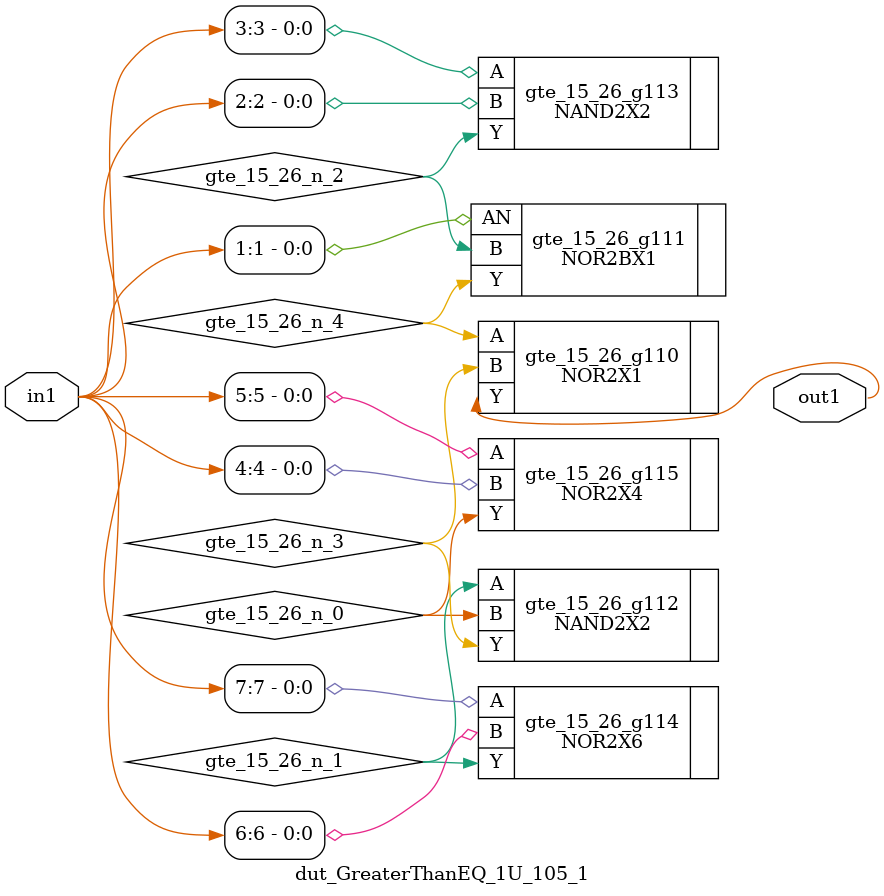
<source format=v>
`timescale 1ps / 1ps


module dut_GreaterThanEQ_1U_105_1(in1, out1);
  input [7:0] in1;
  output out1;
  wire [7:0] in1;
  wire out1;
  wire gte_15_26_n_0, gte_15_26_n_1, gte_15_26_n_2, gte_15_26_n_3,
       gte_15_26_n_4;
  NOR2X1 gte_15_26_g110(.A (gte_15_26_n_4), .B (gte_15_26_n_3), .Y
       (out1));
  NOR2BX1 gte_15_26_g111(.AN (in1[1]), .B (gte_15_26_n_2), .Y
       (gte_15_26_n_4));
  NAND2X2 gte_15_26_g112(.A (gte_15_26_n_1), .B (gte_15_26_n_0), .Y
       (gte_15_26_n_3));
  NAND2X2 gte_15_26_g113(.A (in1[3]), .B (in1[2]), .Y (gte_15_26_n_2));
  NOR2X6 gte_15_26_g114(.A (in1[7]), .B (in1[6]), .Y (gte_15_26_n_1));
  NOR2X4 gte_15_26_g115(.A (in1[5]), .B (in1[4]), .Y (gte_15_26_n_0));
endmodule



</source>
